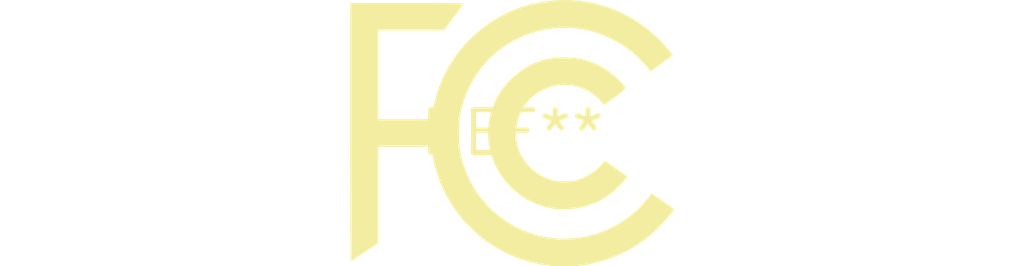
<source format=kicad_pcb>
(kicad_pcb (version 20240108) (generator pcbnew)
  (layers (0 "F.Cu" signal) (31 "B.Cu" signal) (34 "B.Paste" user) (35 "F.Paste" user) (36 "B.SilkS" user "B.Silkscreen") (37 "F.SilkS" user "F.Silkscreen") (38 "B.Mask" user) (39 "F.Mask" user) (44 "Edge.Cuts" user))
  (net 0 "")
  (footprint "FCC-Logo_9.6x8mm_SilkScreen" (layer "F.Cu") (at 0 0)
    (property "Reference" "REF**")
    (property "Value" "FCC-Logo_9.6x8mm_SilkScreen")
    (fp_poly (pts (xy 1.817315 -2.229312) (xy 2.07708 -2.186159) (xy 2.324215 -2.112739) (xy 2.562121 -2.00783) (xy 2.794203 -1.870206) (xy 2.998754 -1.719101) (xy 3.06124 -1.665015) (xy 3.128083 -1.601049) (xy 3.194332 -1.532704) (xy 3.255039 -1.465479) (xy 3.305257 -1.404874) (xy 3.340034 -1.356392) (xy 3.354424 -1.325531) (xy 3.354552 -1.323635) (xy 3.341174 -1.307772) (xy 3.304312 -1.275116) (xy 3.248869 -1.229404) (xy 3.17975 -1.174372) (xy 3.101857 -1.113757) (xy 3.020097 -1.051297) (xy 2.939372 -0.990727) (xy 2.864587 -0.935785) (xy 2.800645 -0.890208) (xy 2.752452 -0.857731) (xy 2.724911 -0.842093) (xy 2.721463 -0.841241) (xy 2.70328 -0.854469) (xy 2.673431 -0.887797) (xy 2.653862 -0.913097) (xy 2.563762 -1.01537) (xy 2.446623 -1.116892) (xy 2.310049 -1.211704) (xy 2.178955 -1.285292) (xy 1.978387 -1.36675) (xy 1.76829 -1.416079) (xy 1.553149 -1.433259) (xy 1.337447 -1.418271) (xy 1.125671 -1.371094) (xy 0.922304 -1.29171) (xy 0.920512 -1.290842) (xy 0.722326 -1.176423) (xy 0.549238 -1.038513) (xy 0.402585 -0.879239) (xy 0.283707 -0.700731) (xy 0.193942 -0.505116) (xy 0.134628 -0.294522) (xy 0.107105 -0.071076) (xy 0.105226 0.005301) (xy 0.12045 0.232148) (xy 0.166792 0.443224) (xy 0.244803 0.639802) (xy 0.35503 0.823157) (xy 0.498024 0.994564) (xy 0.556545 1.052566) (xy 0.704734 1.178148) (xy 0.858246 1.277016) (xy 1.026473 1.354349) (xy 1.210809 1.413206) (xy 1.303682 1.430387) (xy 1.419601 1.44058) (xy 1.547282 1.443784) (xy 1.67544 1.439998) (xy 1.792791 1.429224) (xy 1.881219 1.413211) (xy 2.055637 1.355863) (xy 2.22904 1.272905) (xy 2.392798 1.169711) (xy 2.538277 1.051657) (xy 2.647082 0.936364) (xy 2.696069 0.880317) (xy 2.733882 0.845809) (xy 2.756536 0.836417) (xy 2.757863 0.837027) (xy 2.775827 0.849434) (xy 2.817199 0.878515) (xy 2.876845 0.920628) (xy 2.949633 0.97213) (xy 3.030428 1.02938) (xy 3.114097 1.088734) (xy 3.195504 1.146551) (xy 3.269518 1.19919) (xy 3.331003 1.243007) (xy 3.374825 1.27436) (xy 3.395852 1.289608) (xy 3.396421 1.290043) (xy 3.391415 1.306742) (xy 3.36684 1.343464) (xy 3.327159 1.394742) (xy 3.276834 1.455105) (xy 3.22033 1.519087) (xy 3.162109 1.581219) (xy 3.142427 1.60124) (xy 2.933777 1.785915) (xy 2.704704 1.942689) (xy 2.457437 2.070384) (xy 2.194208 2.167824) (xy 1.957618 2.226363) (xy 1.87264 2.238774) (xy 1.765093 2.248509) (xy 1.64482 2.255266) (xy 1.521661 2.258742) (xy 1.40546 2.258638) (xy 1.306058 2.254651) (xy 1.243724 2.248232) (xy 0.959069 2.188407) (xy 0.692846 2.098928) (xy 0.444125 1.979339) (xy 0.211979 1.829187) (xy -0.004522 1.648015) (xy -0.028822 1.62482) (xy -0.216734 1.419424) (xy -0.375845 1.196096) (xy -0.505446 0.957676) (xy -0.604833 0.707001) (xy -0.673299 0.446911) (xy -0.710138 0.180246) (xy -0.714644 -0.090156) (xy -0.68611 -0.361456) (xy -0.623831 -0.630815) (xy -0.604916 -0.691411) (xy -0.518848 -0.917477) (xy -0.414164 -1.122535) (xy -0.286226 -1.314011) (xy -0.1304 -1.499334) (xy -0.046076 -1.586552) (xy 0.167558 -1.777173) (xy 0.392199 -1.934628) (xy 0.628802 -2.059311) (xy 0.878321 -2.151617) (xy 1.141711 -2.211942) (xy 1.419925 -2.240679) (xy 1.541517 -2.243425) (xy 1.817315 -2.229312)) (layer "F.SilkS") (stroke (width 0.01)) (fill solid))
    (fp_poly (pts (xy 1.981506 -3.921179) (xy 2.335906 -3.865886) (xy 2.443655 -3.842086) (xy 2.799654 -3.740098) (xy 3.143841 -3.606017) (xy 3.47366 -3.441265) (xy 3.786552 -3.247267) (xy 4.07996 -3.025446) (xy 4.343691 -2.784879) (xy 4.399888 -2.726767) (xy 4.462959 -2.65844) (xy 4.528632 -2.584905) (xy 4.592634 -2.511169) (xy 4.650694 -2.442239) (xy 4.698538 -2.383121) (xy 4.731895 -2.338823) (xy 4.746492 -2.314352) (xy 4.746798 -2.312464) (xy 4.733455 -2.298262) (xy 4.699696 -2.271635) (xy 4.67235 -2.252001) (xy 4.633185 -2.223975) (xy 4.572628 -2.179681) (xy 4.497244 -2.123965) (xy 4.413598 -2.061672) (xy 4.357839 -2.019897) (xy 4.278245 -1.960681) (xy 4.208172 -1.90962) (xy 4.15246 -1.870153) (xy 4.115948 -1.845721) (xy 4.103839 -1.839312) (xy 4.088202 -1.852062) (xy 4.055047 -1.88694) (xy 4.008958 -1.938893) (xy 3.954519 -2.002867) (xy 3.943981 -2.015518) (xy 3.729717 -2.246579) (xy 3.491718 -2.453871) (xy 3.233149 -2.636069) (xy 2.957175 -2.791849) (xy 2.666963 -2.919886) (xy 2.365678 -3.018855) (xy 2.056485 -3.087431) (xy 1.742551 -3.12429) (xy 1.427042 -3.128106) (xy 1.303995 -3.120331) (xy 0.970788 -3.075193) (xy 0.65038 -2.998283) (xy 0.344394 -2.891032) (xy 0.054452 -2.754872) (xy -0.217823 -2.591233) (xy -0.470808 -2.401547) (xy -0.702882 -2.187246) (xy -0.91242 -1.949761) (xy -1.097802 -1.690523) (xy -1.257403 -1.410964) (xy -1.389602 -1.112515) (xy -1.492776 -0.796608) (xy -1.536948 -0.614126) (xy -1.552753 -0.536975) (xy -1.56459 -0.469568) (xy -1.573038 -0.404544) (xy -1.578676 -0.334545) (xy -1.582083 -0.252211) (xy -1.583837 -0.150184) (xy -1.584516 -0.021105) (xy -1.584542 -0.008758) (xy -1.584113 0.136353) (xy -1.581921 0.25333) (xy -1.577574 0.349044) (xy -1.570681 0.430369) (xy -1.560851 0.504177) (xy -1.552623 0.551793) (xy -1.475361 0.873563) (xy -1.366917 1.182331) (xy -1.228913 1.476073) (xy -1.062968 1.752761) (xy -0.870705 2.01037) (xy -0.653744 2.246875) (xy -0.413706 2.460248) (xy -0.152212 2.648465) (xy 0.129116 2.809499) (xy 0.326932 2.900772) (xy 0.640327 3.013571) (xy 0.959958 3.092017) (xy 1.284621 3.135992) (xy 1.613112 3.145377) (xy 1.944229 3.120054) (xy 2.175017 3.081999) (xy 2.478955 3.003528) (xy 2.778296 2.892064) (xy 3.068559 2.74965) (xy 3.345264 2.578326) (xy 3.456716 2.497971) (xy 3.565067 2.409869) (xy 3.682733 2.303273) (xy 3.800707 2.18714) (xy 3.909984 2.070427) (xy 4.001554 1.962091) (xy 4.021072 1.936773) (xy 4.065703 1.879434) (xy 4.103416 1.834591) (xy 4.128848 1.808443) (xy 4.135683 1.804276) (xy 4.154511 1.814085) (xy 4.195945 1.84101) (xy 4.25445 1.881297) (xy 4.324493 1.931192) (xy 4.348739 1.948793) (xy 4.433603 2.010178) (xy 4.520541 2.072206) (xy 4.599663 2.127871) (xy 4.661079 2.170167) (xy 4.664003 2.172138) (xy 4.718632 2.210721) (xy 4.759808 2.243241) (xy 4.780492 2.264026) (xy 4.781652 2.266924) (xy 4.770433 2.295837) (xy 4.737868 2.345496) (xy 4.687389 2.411875) (xy 4.622427 2.490952) (xy 4.546416 2.578704) (xy 4.462787 2.671106) (xy 4.374972 2.764135) (xy 4.286402 2.853768) (xy 4.254584 2.884826) (xy 3.99317 3.113328) (xy 3.707662 3.318226) (xy 3.401202 3.497953) (xy 3.07693 3.65094) (xy 2.73799 3.775619) (xy 2.387522 3.870424) (xy 2.207172 3.906447) (xy 2.112021 3.921558) (xy 2.01661 3.932836) (xy 1.912687 3.940887) (xy 1.791998 3.94632) (xy 1.646292 3.949741) (xy 1.611586 3.950263) (xy 1.496222 3.951488) (xy 1.389231 3.951923) (xy 1.296827 3.951598) (xy 1.225225 3.950542) (xy 1.180638 3.948785) (xy 1.173655 3.948149) (xy 0.845323 3.898891) (xy 0.540501 3.831721) (xy 0.251385 3.744431) (xy -0.029834 3.634815) (xy -0.183931 3.564226) (xy -0.505663 3.39009) (xy -0.808022 3.187707) (xy -1.089426 2.959013) (xy -1.348297 2.705942) (xy -1.583054 2.430427) (xy -1.792116 2.134403) (xy -1.973904 1.819804) (xy -2.126837 1.488563) (xy -2.249336 1.142615) (xy -2.294544 0.980966) (xy -2.30747 0.928661) (xy -2.319613 0.874344) (xy -2.332106 0.81196) (xy -2.346084 0.735458) (xy -2.362681 0.638784) (xy -2.38303 0.515885) (xy -2.392181 0.459828) (xy -2.40145 0.402897) (xy -3.976414 0.402897) (xy -3.976414 3.270401) (xy -4.37531 3.535821) (xy -4.480456 3.605486) (xy -4.576145 3.668313) (xy -4.658495 3.721801) (xy -4.723624 3.763448) (xy -4.767652 3.79075) (xy -4.786696 3.801205) (xy -4.786966 3.801242) (xy -4.788177 3.783989) (xy -4.789358 3.733288) (xy -4.790502 3.650726) (xy -4.791604 3.537889) (xy -4.79266 3.396364) (xy -4.793662 3.227738) (xy -4.794608 3.033596) (xy -4.79549 2.815526) (xy -4.796304 2.575113) (xy -4.797044 2.313946) (xy -4.797705 2.03361) (xy -4.798283 1.735691) (xy -4.798771 1.421777) (xy -4.799164 1.093453) (xy -4.799457 0.752307) (xy -4.799645 0.399926) (xy -4.799722 0.037894) (xy -4.799724 -0.026276) (xy -4.799724 -3.853793) (xy -3.117035 -3.853793) (xy -2.827194 -3.853711) (xy -2.570643 -3.853452) (xy -2.345641 -3.852992) (xy -2.150445 -3.852308) (xy -1.98331 -3.851378) (xy -1.842496 -3.850178) (xy -1.726258 -3.848687) (xy -1.632854 -3.84688) (xy -1.560541 -3.844735) (xy -1.507576 -3.842229) (xy -1.472216 -3.839339) (xy -1.452719 -3.836044) (xy -1.44734 -3.832318) (xy -1.447527 -3.831896) (xy -1.46119 -3.812546) (xy -1.493044 -3.769073) (xy -1.540212 -3.70535) (xy -1.599819 -3.625249) (xy -1.668991 -3.532642) (xy -1.744853 -3.431403) (xy -1.746656 -3.429) (xy -2.032605 -3.048) (xy -3.976414 -3.048) (xy -3.976414 -0.402896) (xy -3.190012 -0.402896) (xy -3.000641 -0.402834) (xy -2.843339 -0.402891) (xy -2.715144 -0.403435) (xy -2.613091 -0.404833) (xy -2.534217 -0.407451) (xy -2.475559 -0.411655) (xy -2.434151 -0.417814) (xy -2.407032 -0.426292) (xy -2.391237 -0.437459) (xy -2.383803 -0.451679) (xy -2.381765 -0.46932) (xy -2.382161 -0.490749) (xy -2.382345 -0.502852) (xy -2.37737 -0.55957) (xy -2.363537 -0.642765) (xy -2.342478 -0.745489) (xy -2.315828 -0.860795) (xy -2.285223 -0.981734) (xy -2.252296 -1.101358) (xy -2.218683 -1.212718) (xy -2.206693 -1.249553) (xy -2.075021 -1.5901) (xy -1.912623 -1.915548) (xy -1.721256 -2.223932) (xy -1.502673 -2.513281) (xy -1.258632 -2.781628) (xy -0.990887 -3.027005) (xy -0.701195 -3.247443) (xy -0.391312 -3.440974) (xy -0.134074 -3.57322) (xy 0.199099 -3.71024) (xy 0.544877 -3.816154) (xy 0.899634 -3.890583) (xy 1.259743 -3.933149) (xy 1.621576 -3.943473) (xy 1.981506 -3.921179)) (layer "F.SilkS") (stroke (width 0.01)) (fill solid))
  )
)
</source>
